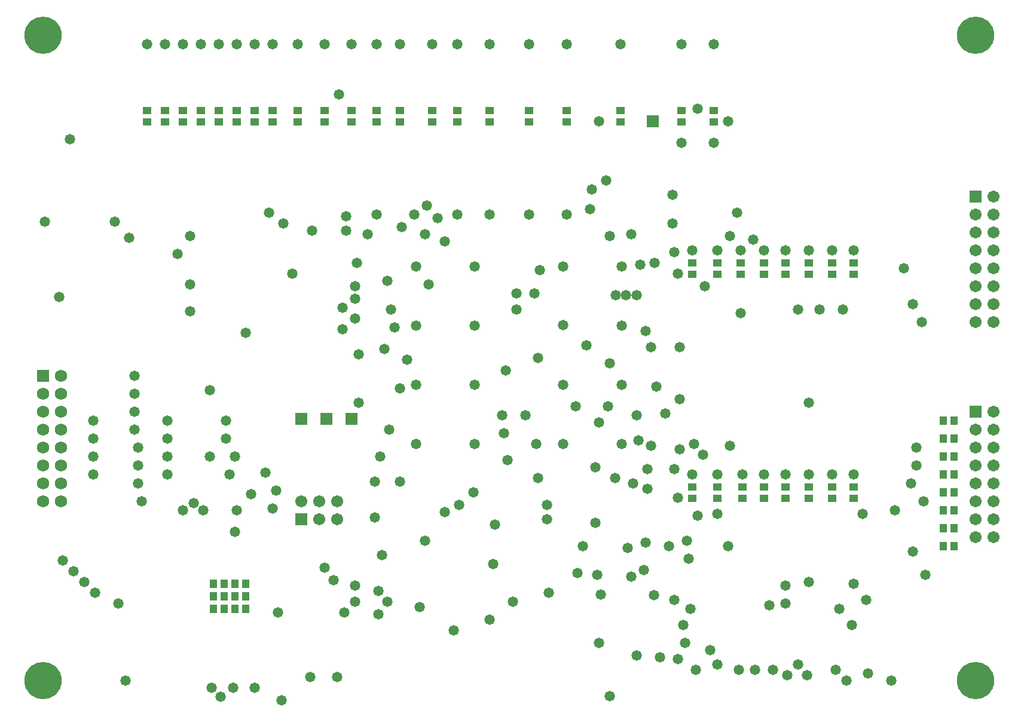
<source format=gbs>
G04*
G04 #@! TF.GenerationSoftware,Altium Limited,Altium Designer,22.3.1 (43)*
G04*
G04 Layer_Color=16711935*
%FSLAX25Y25*%
%MOIN*%
G70*
G04*
G04 #@! TF.SameCoordinates,435ADCC5-F5F0-4A2A-A0AE-C26054AEAF53*
G04*
G04*
G04 #@! TF.FilePolarity,Negative*
G04*
G01*
G75*
%ADD27R,0.03950X0.04540*%
%ADD28R,0.04540X0.03950*%
%ADD38R,0.06706X0.06706*%
%ADD39C,0.06706*%
%ADD40C,0.06800*%
%ADD41R,0.06800X0.06800*%
%ADD42R,0.06706X0.06706*%
%ADD43C,0.20800*%
%ADD44C,0.05800*%
D27*
X133150Y74000D02*
D03*
Y60000D02*
D03*
X114850Y67000D02*
D03*
Y74000D02*
D03*
Y60000D02*
D03*
X133150Y67000D02*
D03*
X521850Y165000D02*
D03*
Y155000D02*
D03*
Y145000D02*
D03*
Y135000D02*
D03*
Y125000D02*
D03*
Y115000D02*
D03*
Y105000D02*
D03*
Y95000D02*
D03*
X126850Y74000D02*
D03*
Y60000D02*
D03*
X121150Y67000D02*
D03*
Y74000D02*
D03*
Y60000D02*
D03*
X126850Y67000D02*
D03*
X528150Y165000D02*
D03*
Y155000D02*
D03*
Y145000D02*
D03*
Y135000D02*
D03*
Y125000D02*
D03*
Y115000D02*
D03*
Y105000D02*
D03*
Y95000D02*
D03*
D28*
X148000Y338150D02*
D03*
Y331850D02*
D03*
X138000Y338150D02*
D03*
Y331850D02*
D03*
X128000Y338150D02*
D03*
Y331850D02*
D03*
X118000Y338150D02*
D03*
Y331850D02*
D03*
X108000Y338150D02*
D03*
Y331850D02*
D03*
X98000Y338150D02*
D03*
Y331850D02*
D03*
X88000Y338150D02*
D03*
Y331850D02*
D03*
X78000Y338150D02*
D03*
Y331850D02*
D03*
X382000Y246850D02*
D03*
Y253150D02*
D03*
X396000Y246850D02*
D03*
Y253150D02*
D03*
X409000Y246850D02*
D03*
Y253150D02*
D03*
X422000Y246850D02*
D03*
Y253150D02*
D03*
X434000Y246850D02*
D03*
Y253150D02*
D03*
X447000Y246850D02*
D03*
Y253150D02*
D03*
X460000Y246850D02*
D03*
Y253150D02*
D03*
X472000Y246850D02*
D03*
Y253150D02*
D03*
X237000Y338150D02*
D03*
Y331850D02*
D03*
X251000Y338150D02*
D03*
Y331850D02*
D03*
X342000Y338150D02*
D03*
Y331850D02*
D03*
X177000Y338150D02*
D03*
Y331850D02*
D03*
X192000Y338150D02*
D03*
Y331850D02*
D03*
X162000Y338150D02*
D03*
Y331850D02*
D03*
X206000Y338150D02*
D03*
Y331850D02*
D03*
X219000Y338150D02*
D03*
Y331850D02*
D03*
X394000Y338150D02*
D03*
Y331850D02*
D03*
X376000Y338150D02*
D03*
Y331850D02*
D03*
X382000Y128150D02*
D03*
Y121850D02*
D03*
X396000Y128150D02*
D03*
Y121850D02*
D03*
X410000Y128150D02*
D03*
Y121850D02*
D03*
X422000Y128150D02*
D03*
Y121850D02*
D03*
X434000Y128150D02*
D03*
Y121850D02*
D03*
X447000Y128150D02*
D03*
Y121850D02*
D03*
X460000Y128150D02*
D03*
Y121850D02*
D03*
X472000Y128150D02*
D03*
Y121850D02*
D03*
X312000Y338150D02*
D03*
Y331850D02*
D03*
X269000Y338150D02*
D03*
Y331850D02*
D03*
X291000Y338150D02*
D03*
Y331850D02*
D03*
D38*
X192000Y166000D02*
D03*
X164000Y110000D02*
D03*
X360000Y332000D02*
D03*
X164000Y166000D02*
D03*
X178000D02*
D03*
D39*
X184000Y120000D02*
D03*
Y110000D02*
D03*
X174000Y120000D02*
D03*
Y110000D02*
D03*
X164000Y120000D02*
D03*
X550000Y290000D02*
D03*
Y280000D02*
D03*
Y270000D02*
D03*
Y260000D02*
D03*
Y250000D02*
D03*
Y240000D02*
D03*
Y230000D02*
D03*
Y220000D02*
D03*
X540000Y280000D02*
D03*
Y270000D02*
D03*
Y260000D02*
D03*
Y250000D02*
D03*
Y240000D02*
D03*
Y230000D02*
D03*
Y220000D02*
D03*
X550000Y170000D02*
D03*
X540000Y160000D02*
D03*
X550000D02*
D03*
X540000Y150000D02*
D03*
X550000D02*
D03*
X540000Y140000D02*
D03*
X550000D02*
D03*
X540000Y130000D02*
D03*
X550000D02*
D03*
X540000Y120000D02*
D03*
X550000D02*
D03*
X540000Y110000D02*
D03*
X550000D02*
D03*
X540000Y100000D02*
D03*
X550000D02*
D03*
D40*
X20000Y180000D02*
D03*
Y130000D02*
D03*
Y120000D02*
D03*
X30000Y190000D02*
D03*
Y180000D02*
D03*
X20000Y170000D02*
D03*
X30000D02*
D03*
X20000Y160000D02*
D03*
X30000D02*
D03*
X20000Y150000D02*
D03*
X30000D02*
D03*
X20000Y140000D02*
D03*
X30000D02*
D03*
Y130000D02*
D03*
Y120000D02*
D03*
D41*
X20000Y190000D02*
D03*
D42*
X540000Y290000D02*
D03*
Y170000D02*
D03*
D43*
Y20000D02*
D03*
X20000Y380000D02*
D03*
X540000D02*
D03*
X20000Y20000D02*
D03*
D44*
X336000Y11400D02*
D03*
X330000Y41000D02*
D03*
X374000Y32000D02*
D03*
X379000Y98000D02*
D03*
X374000Y122000D02*
D03*
X372000Y138000D02*
D03*
X367000Y169000D02*
D03*
X362000Y184000D02*
D03*
X359000Y151000D02*
D03*
X352000Y154000D02*
D03*
X372000Y259000D02*
D03*
X326000Y294000D02*
D03*
X371000Y291000D02*
D03*
X334000Y299000D02*
D03*
X371000Y275000D02*
D03*
X336000Y268000D02*
D03*
X339500Y235000D02*
D03*
X345000D02*
D03*
X244000Y265000D02*
D03*
X233000Y269000D02*
D03*
X220000Y273000D02*
D03*
X201000Y269000D02*
D03*
X403000Y151000D02*
D03*
X407000Y281000D02*
D03*
X325000Y283000D02*
D03*
X251000Y280000D02*
D03*
X348000Y269000D02*
D03*
X389000Y240000D02*
D03*
X374000Y247000D02*
D03*
X276000Y168000D02*
D03*
X278000Y193000D02*
D03*
X284025Y236000D02*
D03*
X385000Y112000D02*
D03*
X402000Y95000D02*
D03*
X227000Y280000D02*
D03*
X234000Y285000D02*
D03*
X240000Y278000D02*
D03*
X277000Y158000D02*
D03*
X260650Y185000D02*
D03*
X403000Y268000D02*
D03*
X146000Y281000D02*
D03*
X102000Y268000D02*
D03*
X182000Y76000D02*
D03*
X510000Y220000D02*
D03*
X505000Y230000D02*
D03*
X330000Y164000D02*
D03*
X335000Y173000D02*
D03*
X380000Y88000D02*
D03*
X317000Y173000D02*
D03*
X369000Y95000D02*
D03*
X360565Y67870D02*
D03*
X355025Y81975D02*
D03*
X396000Y113000D02*
D03*
X388000Y146000D02*
D03*
X383000Y152000D02*
D03*
X381000Y60000D02*
D03*
X378000Y41000D02*
D03*
X425000Y62000D02*
D03*
X375000Y149000D02*
D03*
X328000Y108000D02*
D03*
X296000Y133000D02*
D03*
X169000Y22000D02*
D03*
X184000D02*
D03*
X148000Y116000D02*
D03*
X372000Y65000D02*
D03*
X318000Y80000D02*
D03*
X329000Y79000D02*
D03*
X356000Y97000D02*
D03*
X346000Y94000D02*
D03*
X348000Y78000D02*
D03*
X177000Y83000D02*
D03*
X219000Y183000D02*
D03*
X213000Y160000D02*
D03*
X279000Y143000D02*
D03*
X205000Y131000D02*
D03*
X219000D02*
D03*
X196000Y175000D02*
D03*
X205000Y111000D02*
D03*
X209000Y90000D02*
D03*
X228150Y152000D02*
D03*
X230000Y61000D02*
D03*
X269000Y54000D02*
D03*
X249000Y48000D02*
D03*
X272000Y107000D02*
D03*
X260000Y125000D02*
D03*
X447000Y175000D02*
D03*
X385000Y339000D02*
D03*
X375000Y177000D02*
D03*
X284000Y227000D02*
D03*
X223000Y199000D02*
D03*
X210500Y205000D02*
D03*
X208000Y145000D02*
D03*
X216000Y217000D02*
D03*
X214000Y227000D02*
D03*
X336000Y197000D02*
D03*
X359000Y206000D02*
D03*
X375000D02*
D03*
X296000Y200000D02*
D03*
X357000Y138000D02*
D03*
X349000Y130000D02*
D03*
X357000Y127000D02*
D03*
X339000Y133000D02*
D03*
X297000Y249000D02*
D03*
X377000Y51000D02*
D03*
X512000Y79000D02*
D03*
X351000Y34000D02*
D03*
X364000Y33000D02*
D03*
X505000Y92000D02*
D03*
X495000Y115000D02*
D03*
X480000Y24000D02*
D03*
X511000Y120000D02*
D03*
X396000Y29000D02*
D03*
X392000Y37000D02*
D03*
X493000Y20089D02*
D03*
X468000D02*
D03*
X384000Y26000D02*
D03*
X504000Y130000D02*
D03*
X356000Y215000D02*
D03*
X212000Y243000D02*
D03*
X235000Y241000D02*
D03*
X194000Y73000D02*
D03*
X196000Y202000D02*
D03*
X342650Y185000D02*
D03*
X323000Y207000D02*
D03*
X409000Y225000D02*
D03*
X500000Y250000D02*
D03*
X294000Y236000D02*
D03*
X416000Y266000D02*
D03*
X95000Y258000D02*
D03*
X136000Y124000D02*
D03*
X150000Y126000D02*
D03*
X144000Y136000D02*
D03*
X124000Y135000D02*
D03*
X109500Y115000D02*
D03*
X195000Y253000D02*
D03*
X353000Y252000D02*
D03*
X361000Y253000D02*
D03*
X342650Y251000D02*
D03*
X441000Y227000D02*
D03*
X466000D02*
D03*
X351000Y235000D02*
D03*
Y168000D02*
D03*
X453000Y227000D02*
D03*
X154000Y275000D02*
D03*
X269000Y280000D02*
D03*
X291000D02*
D03*
X312000D02*
D03*
X170000Y271000D02*
D03*
X133000Y214000D02*
D03*
X159000Y247000D02*
D03*
X68000Y267000D02*
D03*
X417000Y26000D02*
D03*
X408000D02*
D03*
X282000Y64000D02*
D03*
X301000Y118000D02*
D03*
Y110000D02*
D03*
X507000Y140000D02*
D03*
X302000Y69000D02*
D03*
X321000Y95000D02*
D03*
X295000Y152000D02*
D03*
X289000Y168000D02*
D03*
X233000Y98000D02*
D03*
X462000Y26000D02*
D03*
X446000Y23000D02*
D03*
X507000Y150000D02*
D03*
X477000Y113000D02*
D03*
X271000Y85000D02*
D03*
X252000Y118000D02*
D03*
X244000Y114000D02*
D03*
X207000Y70000D02*
D03*
X212000Y64000D02*
D03*
X207000Y57000D02*
D03*
X194000Y64000D02*
D03*
X188000Y58000D02*
D03*
X153000Y9000D02*
D03*
X328000Y139000D02*
D03*
X31000Y87000D02*
D03*
X138000Y16000D02*
D03*
X66000Y20000D02*
D03*
X127000Y145000D02*
D03*
X128000Y115000D02*
D03*
X127000Y103000D02*
D03*
X126000Y16000D02*
D03*
X122000Y165000D02*
D03*
Y155000D02*
D03*
X119000Y11000D02*
D03*
X114000Y16000D02*
D03*
X102000Y241000D02*
D03*
Y226000D02*
D03*
X104000Y119000D02*
D03*
X98000Y115000D02*
D03*
X189000Y271000D02*
D03*
Y279000D02*
D03*
X187000Y216000D02*
D03*
X194000Y222000D02*
D03*
X187000Y228000D02*
D03*
X194000Y233000D02*
D03*
Y240000D02*
D03*
X206000Y280000D02*
D03*
X71000Y190000D02*
D03*
Y180000D02*
D03*
Y170000D02*
D03*
Y160000D02*
D03*
X75000Y120000D02*
D03*
X62000Y63000D02*
D03*
X73000Y130000D02*
D03*
X49000Y69000D02*
D03*
X43000Y75000D02*
D03*
X37000Y81000D02*
D03*
X73000Y150000D02*
D03*
Y140000D02*
D03*
X89500Y165000D02*
D03*
Y155000D02*
D03*
Y135000D02*
D03*
Y145000D02*
D03*
X151000Y58000D02*
D03*
X331000Y68000D02*
D03*
X185000Y347000D02*
D03*
X382000Y260000D02*
D03*
X434000D02*
D03*
X447000Y135000D02*
D03*
X435000Y23000D02*
D03*
X447000Y75000D02*
D03*
X113000Y182000D02*
D03*
Y145000D02*
D03*
X206000Y375000D02*
D03*
X310150Y152000D02*
D03*
X21000Y276000D02*
D03*
X48000Y135000D02*
D03*
X128000Y375000D02*
D03*
X251000D02*
D03*
X312000D02*
D03*
X330000Y332000D02*
D03*
X48000Y155000D02*
D03*
X471000Y51000D02*
D03*
X260650Y152000D02*
D03*
X88000Y375000D02*
D03*
X78000D02*
D03*
X394000D02*
D03*
X382000Y135000D02*
D03*
X447000Y260000D02*
D03*
X434000Y135000D02*
D03*
X460000D02*
D03*
X441000Y29000D02*
D03*
X479000Y65000D02*
D03*
X177000Y375000D02*
D03*
X464000Y60000D02*
D03*
X342650Y152000D02*
D03*
X138000Y375000D02*
D03*
X237000D02*
D03*
X422000Y260000D02*
D03*
X98000Y375000D02*
D03*
X162000D02*
D03*
X291000D02*
D03*
X228150Y185000D02*
D03*
X310150D02*
D03*
Y218370D02*
D03*
X376000Y320000D02*
D03*
X460000Y260000D02*
D03*
X410000Y135000D02*
D03*
X472000D02*
D03*
Y74000D02*
D03*
X29000Y234000D02*
D03*
X427000Y26000D02*
D03*
X192000Y375000D02*
D03*
X396000Y260000D02*
D03*
X148000Y375000D02*
D03*
X228150Y251000D02*
D03*
X48000Y145000D02*
D03*
X409000Y260000D02*
D03*
X376000Y375000D02*
D03*
X269000D02*
D03*
X402000Y332000D02*
D03*
X394000Y320000D02*
D03*
X472000Y260000D02*
D03*
X422000Y135000D02*
D03*
X342650Y218000D02*
D03*
X219000Y375000D02*
D03*
X228150Y218000D02*
D03*
X396000Y135000D02*
D03*
X35000Y322000D02*
D03*
X260650Y251000D02*
D03*
X108000Y375000D02*
D03*
X342000D02*
D03*
X48000Y165000D02*
D03*
X434000Y73000D02*
D03*
Y63000D02*
D03*
X60000Y276000D02*
D03*
X260650Y218000D02*
D03*
X118000Y375000D02*
D03*
X310150Y251000D02*
D03*
M02*

</source>
